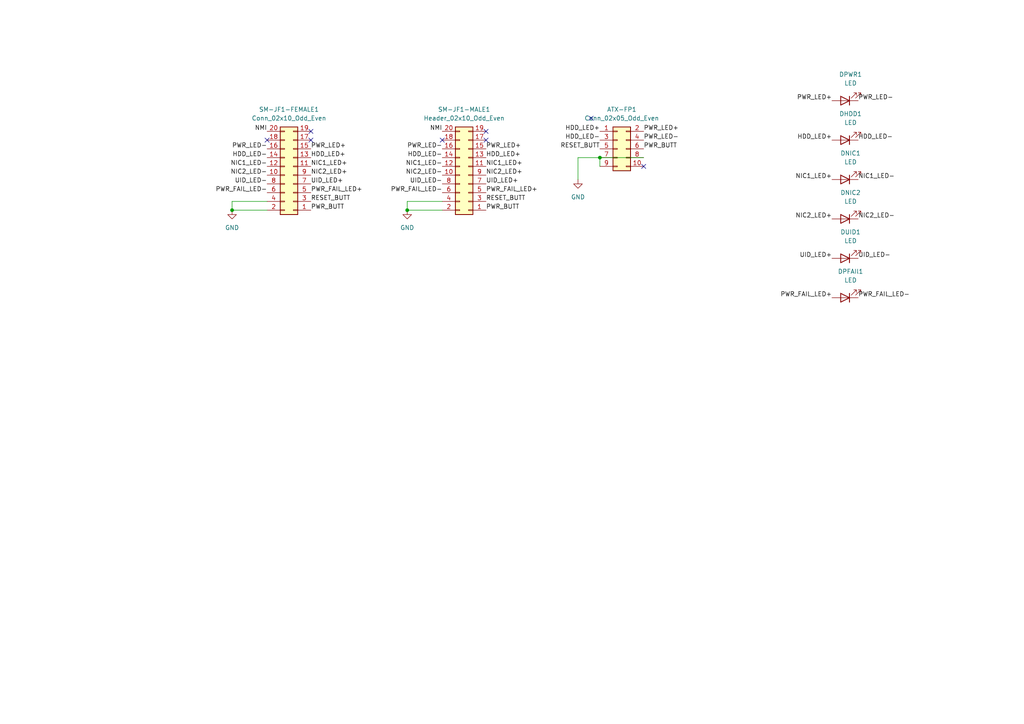
<source format=kicad_sch>
(kicad_sch (version 20211123) (generator eeschema)
  (paper "A4")
  (lib_symbols
    (symbol "Connector_Generic:Conn_02x05_Odd_Even" (pin_names (offset 1.016) hide)
      (property "Reference" "J" (at 1.27 7.62 0))
      (property "Value" "Conn_02x05_Odd_Even" (at 1.27 -7.62 0))
      (symbol "Conn_02x05_Odd_Even_1_1"
        (rectangle (start -1.27 -4.953) (end 0 -5.207) (stroke (width 0.1524)))
        (rectangle (start -1.27 -2.413) (end 0 -2.667) (stroke (width 0.1524)))
        (rectangle (start -1.27 0.127) (end 0 -0.127) (stroke (width 0.1524)))
        (rectangle (start -1.27 2.667) (end 0 2.413) (stroke (width 0.1524)))
        (rectangle (start -1.27 5.207) (end 0 4.953) (stroke (width 0.1524)))
        (rectangle (start -1.27 6.35) (end 3.81 -6.35) (stroke (width 0.254)) (fill (type background)))
        (rectangle (start 3.81 -4.953) (end 2.54 -5.207) (stroke (width 0.1524)))
        (rectangle (start 3.81 -2.413) (end 2.54 -2.667) (stroke (width 0.1524)))
        (rectangle (start 3.81 0.127) (end 2.54 -0.127) (stroke (width 0.1524)))
        (rectangle (start 3.81 2.667) (end 2.54 2.413) (stroke (width 0.1524)))
        (rectangle (start 3.81 5.207) (end 2.54 4.953) (stroke (width 0.1524)))
        (pin passive line (at -5.08 5.08 0) (length 3.81) (name "Pin_1") (number "1"))
        (pin passive line (at 7.62 -5.08 180) (length 3.81) (name "Pin_10") (number "10"))
        (pin passive line (at 7.62 5.08 180) (length 3.81) (name "Pin_2") (number "2"))
        (pin passive line (at -5.08 2.54 0) (length 3.81) (name "Pin_3") (number "3"))
        (pin passive line (at 7.62 2.54 180) (length 3.81) (name "Pin_4") (number "4"))
        (pin passive line (at -5.08 0 0) (length 3.81) (name "Pin_5") (number "5"))
        (pin passive line (at 7.62 0 180) (length 3.81) (name "Pin_6") (number "6"))
        (pin passive line (at -5.08 -2.54 0) (length 3.81) (name "Pin_7") (number "7"))
        (pin passive line (at 7.62 -2.54 180) (length 3.81) (name "Pin_8") (number "8"))
        (pin passive line (at -5.08 -5.08 0) (length 3.81) (name "Pin_9") (number "9"))
      )
    )
    (symbol "Connector_Generic:Conn_02x10_Odd_Even" (pin_names (offset 1.016) hide)
      (property "Reference" "J" (at 1.27 12.7 0))
      (property "Value" "Conn_02x10_Odd_Even" (at 1.27 -15.24 0))
      (symbol "Conn_02x10_Odd_Even_1_1"
        (rectangle (start -1.27 -12.573) (end 0 -12.827) (stroke (width 0.1524)))
        (rectangle (start -1.27 -10.033) (end 0 -10.287) (stroke (width 0.1524)))
        (rectangle (start -1.27 -7.493) (end 0 -7.747) (stroke (width 0.1524)))
        (rectangle (start -1.27 -4.953) (end 0 -5.207) (stroke (width 0.1524)))
        (rectangle (start -1.27 -2.413) (end 0 -2.667) (stroke (width 0.1524)))
        (rectangle (start -1.27 0.127) (end 0 -0.127) (stroke (width 0.1524)))
        (rectangle (start -1.27 2.667) (end 0 2.413) (stroke (width 0.1524)))
        (rectangle (start -1.27 5.207) (end 0 4.953) (stroke (width 0.1524)))
        (rectangle (start -1.27 7.747) (end 0 7.493) (stroke (width 0.1524)))
        (rectangle (start -1.27 10.287) (end 0 10.033) (stroke (width 0.1524)))
        (rectangle (start -1.27 11.43) (end 3.81 -13.97) (stroke (width 0.254)) (fill (type background)))
        (rectangle (start 3.81 -12.573) (end 2.54 -12.827) (stroke (width 0.1524)))
        (rectangle (start 3.81 -10.033) (end 2.54 -10.287) (stroke (width 0.1524)))
        (rectangle (start 3.81 -7.493) (end 2.54 -7.747) (stroke (width 0.1524)))
        (rectangle (start 3.81 -4.953) (end 2.54 -5.207) (stroke (width 0.1524)))
        (rectangle (start 3.81 -2.413) (end 2.54 -2.667) (stroke (width 0.1524)))
        (rectangle (start 3.81 0.127) (end 2.54 -0.127) (stroke (width 0.1524)))
        (rectangle (start 3.81 2.667) (end 2.54 2.413) (stroke (width 0.1524)))
        (rectangle (start 3.81 5.207) (end 2.54 4.953) (stroke (width 0.1524)))
        (rectangle (start 3.81 7.747) (end 2.54 7.493) (stroke (width 0.1524)))
        (rectangle (start 3.81 10.287) (end 2.54 10.033) (stroke (width 0.1524)))
        (pin passive line (at -5.08 10.16 0) (length 3.81) (name "Pin_1") (number "1"))
        (pin passive line (at 7.62 0 180) (length 3.81) (name "Pin_10") (number "10"))
        (pin passive line (at -5.08 -2.54 0) (length 3.81) (name "Pin_11") (number "11"))
        (pin passive line (at 7.62 -2.54 180) (length 3.81) (name "Pin_12") (number "12"))
        (pin passive line (at -5.08 -5.08 0) (length 3.81) (name "Pin_13") (number "13"))
        (pin passive line (at 7.62 -5.08 180) (length 3.81) (name "Pin_14") (number "14"))
        (pin passive line (at -5.08 -7.62 0) (length 3.81) (name "Pin_15") (number "15"))
        (pin passive line (at 7.62 -7.62 180) (length 3.81) (name "Pin_16") (number "16"))
        (pin passive line (at -5.08 -10.16 0) (length 3.81) (name "Pin_17") (number "17"))
        (pin passive line (at 7.62 -10.16 180) (length 3.81) (name "Pin_18") (number "18"))
        (pin passive line (at -5.08 -12.7 0) (length 3.81) (name "Pin_19") (number "19"))
        (pin passive line (at 7.62 10.16 180) (length 3.81) (name "Pin_2") (number "2"))
        (pin passive line (at 7.62 -12.7 180) (length 3.81) (name "Pin_20") (number "20"))
        (pin passive line (at -5.08 7.62 0) (length 3.81) (name "Pin_3") (number "3"))
        (pin passive line (at 7.62 7.62 180) (length 3.81) (name "Pin_4") (number "4"))
        (pin passive line (at -5.08 5.08 0) (length 3.81) (name "Pin_5") (number "5"))
        (pin passive line (at 7.62 5.08 180) (length 3.81) (name "Pin_6") (number "6"))
        (pin passive line (at -5.08 2.54 0) (length 3.81) (name "Pin_7") (number "7"))
        (pin passive line (at 7.62 2.54 180) (length 3.81) (name "Pin_8") (number "8"))
        (pin passive line (at -5.08 0 0) (length 3.81) (name "Pin_9") (number "9"))
      )
    )
    (symbol "Device:LED" (pin_numbers hide) (pin_names (offset 1.016) hide)
      (property "Reference" "D" (at 0 2.54 0))
      (property "Value" "LED" (at 0 -2.54 0))
      (symbol "LED_0_1"
        (polyline (pts (xy -1.27 -1.27) (xy -1.27 1.27)) (stroke (width 0.254)))
        (polyline (pts (xy -1.27 0) (xy 1.27 0)))
        (polyline (pts (xy 1.27 -1.27) (xy 1.27 1.27) (xy -1.27 0) (xy 1.27 -1.27)) (stroke (width 0.254)))
        (polyline (pts (xy -3.048 -0.762) (xy -4.572 -2.286) (xy -3.81 -2.286) (xy -4.572 -2.286) (xy -4.572 -1.524)))
        (polyline (pts (xy -1.778 -0.762) (xy -3.302 -2.286) (xy -2.54 -2.286) (xy -3.302 -2.286) (xy -3.302 -1.524)))
      )
      (symbol "LED_1_1"
        (pin passive line (at -3.81 0 0) (length 2.54) (name "K") (number "1"))
        (pin passive line (at 3.81 0 180) (length 2.54) (name "A") (number "2"))
      )
    )
    (symbol "power:GND" (power) (pin_names (offset 0))
      (property "Value" "GND" (at 0 -3.81 0))
      (symbol "GND_0_1"
        (polyline (pts (xy 0 0) (xy 0 -1.27) (xy 1.27 -1.27) (xy 0 -2.54) (xy -1.27 -1.27) (xy 0 -1.27)))
      )
      (symbol "GND_1_1"
        (pin power_in line (at 0 0 270) (length 0) hide (name "GND") (number "1"))
      )
    )
  )
  (junction (at 173.99 45.72))
  (junction (at 67.31 60.96))
  (junction (at 118.11 60.96))
  (no_connect (at 171.45 34.29))
  (no_connect (at 186.69 48.26))
  (no_connect (at 140.97 38.1))
  (no_connect (at 77.47 40.64))
  (no_connect (at 90.17 40.64))
  (no_connect (at 140.97 40.64))
  (no_connect (at 128.27 40.64))
  (no_connect (at 90.17 38.1))
  (wire (pts (xy 77.47 58.42) (xy 67.31 58.42)))
  (wire (pts (xy 167.64 45.72) (xy 167.64 52.07)))
  (wire (pts (xy 173.99 45.72) (xy 186.69 45.72)))
  (wire (pts (xy 173.99 45.72) (xy 173.99 48.26)))
  (wire (pts (xy 67.31 58.42) (xy 67.31 60.96)))
  (wire (pts (xy 128.27 58.42) (xy 118.11 58.42)))
  (wire (pts (xy 67.31 60.96) (xy 77.47 60.96)))
  (wire (pts (xy 118.11 58.42) (xy 118.11 60.96)))
  (wire (pts (xy 118.11 60.96) (xy 128.27 60.96)))
  (wire (pts (xy 173.99 45.72) (xy 167.64 45.72)))
  (label "RESET_BUTT" (at 140.97 58.42 0))
  (label "PWR_FAIL_LED+" (at 241.3 86.36 180))
  (label "NIC2_LED-" (at 77.47 50.8 180))
  (label "PWR_LED-" (at 77.47 43.18 180))
  (label "PWR_LED+" (at 140.97 43.18 0))
  (label "HDD_LED-" (at 248.92 40.64 0))
  (label "HDD_LED+" (at 140.97 45.72 0))
  (label "UID_LED-" (at 128.27 53.34 180))
  (label "NIC2_LED-" (at 128.27 50.8 180))
  (label "HDD_LED-" (at 173.99 40.64 180))
  (label "PWR_BUTT" (at 140.97 60.96 0))
  (label "HDD_LED+" (at 90.17 45.72 0))
  (label "PWR_BUTT" (at 186.69 43.18 0))
  (label "NIC2_LED-" (at 248.92 63.5 0))
  (label "NIC1_LED-" (at 248.92 52.07 0))
  (label "PWR_LED+" (at 241.3 29.21 180))
  (label "PWR_LED+" (at 90.17 43.18 0))
  (label "UID_LED-" (at 77.47 53.34 180))
  (label "NIC2_LED+" (at 241.3 63.5 180))
  (label "HDD_LED-" (at 77.47 45.72 180))
  (label "HDD_LED+" (at 173.99 38.1 180))
  (label "RESET_BUTT" (at 173.99 43.18 180))
  (label "PWR_LED-" (at 186.69 40.64 0))
  (label "NIC2_LED+" (at 90.17 50.8 0))
  (label "NIC1_LED+" (at 140.97 48.26 0))
  (label "NMI" (at 128.27 38.1 180))
  (label "NIC2_LED+" (at 140.97 50.8 0))
  (label "NIC1_LED-" (at 77.47 48.26 180))
  (label "NIC1_LED+" (at 241.3 52.07 180))
  (label "PWR_FAIL_LED+" (at 140.97 55.88 0))
  (label "PWR_FAIL_LED+" (at 90.17 55.88 0))
  (label "UID_LED+" (at 90.17 53.34 0))
  (label "UID_LED+" (at 241.3 74.93 180))
  (label "PWR_FAIL_LED-" (at 248.92 86.36 0))
  (label "NIC1_LED-" (at 128.27 48.26 180))
  (label "PWR_LED-" (at 248.92 29.21 0))
  (label "UID_LED+" (at 140.97 53.34 0))
  (label "HDD_LED-" (at 128.27 45.72 180))
  (label "NMI" (at 77.47 38.1 180))
  (label "UID_LED-" (at 248.92 74.93 0))
  (label "NIC1_LED+" (at 90.17 48.26 0))
  (label "PWR_FAIL_LED-" (at 128.27 55.88 180))
  (label "PWR_LED-" (at 128.27 43.18 180))
  (label "PWR_BUTT" (at 90.17 60.96 0))
  (label "PWR_FAIL_LED-" (at 77.47 55.88 180))
  (label "HDD_LED+" (at 241.3 40.64 180))
  (label "RESET_BUTT" (at 90.17 58.42 0))
  (label "PWR_LED+" (at 186.69 38.1 0))
  (symbol (lib_id "Device:LED") (at 245.11 74.93 180) (unit 1)
    (property "Reference" "DUID1" (at 246.6975 67.31 0))
    (property "Value" "LED" (at 246.6975 69.85 0))
    (property "Footprint" "LED_SMD:LED_0805_2012Metric_Pad1.15x1.40mm_HandSolder" (effects hide))
  )
  (symbol (lib_id "Connector_Generic:Conn_02x05_Odd_Even") (at 179.07 43.18 0) (unit 1)
    (property "Reference" "ATX-FP1" (at 180.34 31.75 0))
    (property "Value" "Conn_02x05_Odd_Even" (at 180.34 34.29 0))
    (property "Footprint" "Connector_PinHeader_2.54mm:PinHeader_2x05_P2.54mm_Vertical" (effects hide))
  )
  (symbol (lib_id "power:GND") (at 118.11 60.96 0) (unit 1)
    (property "Reference" "#PWR0101" (effects hide))
    (property "Value" "GND" (at 118.11 66.04 0))
  )
  (symbol (lib_id "Device:LED") (at 245.11 40.64 180) (unit 1)
    (property "Reference" "DHDD1" (at 246.6975 33.02 0))
    (property "Value" "LED" (at 246.6975 35.56 0))
    (property "Footprint" "LED_SMD:LED_0805_2012Metric_Pad1.15x1.40mm_HandSolder" (effects hide))
  )
  (symbol (lib_id "power:GND") (at 167.64 52.07 0) (unit 1)
    (property "Reference" "#PWR02" (effects hide))
    (property "Value" "GND" (at 167.64 57.15 0))
  )
  (symbol (lib_id "power:GND") (at 67.31 60.96 0) (unit 1)
    (property "Reference" "#PWR01" (effects hide))
    (property "Value" "GND" (at 67.31 66.04 0))
  )
  (symbol (lib_id "Device:LED") (at 245.11 52.07 180) (unit 1)
    (property "Reference" "DNIC1" (at 246.6975 44.45 0))
    (property "Value" "LED" (at 246.6975 46.99 0))
    (property "Footprint" "LED_SMD:LED_0805_2012Metric_Pad1.15x1.40mm_HandSolder" (effects hide))
  )
  (symbol (lib_id "Connector_Generic:Conn_02x10_Odd_Even") (at 135.89 50.8 180) (unit 1)
    (property "Reference" "SM-JF1-MALE1" (at 134.62 31.75 0))
    (property "Value" "Header_02x10_Odd_Even" (at 134.62 34.29 0))
    (property "Footprint" "Connector_PinHeader_2.54mm:PinHeader_2x10_P2.54mm_Vertical" (effects hide))
  )
  (symbol (lib_id "Device:LED") (at 245.11 63.5 180) (unit 1)
    (property "Reference" "DNIC2" (at 246.6975 55.88 0))
    (property "Value" "LED" (at 246.6975 58.42 0))
    (property "Footprint" "LED_SMD:LED_0805_2012Metric_Pad1.15x1.40mm_HandSolder" (effects hide))
  )
  (symbol (lib_id "Connector_Generic:Conn_02x10_Odd_Even") (at 85.09 50.8 180) (unit 1)
    (property "Reference" "SM-JF1-FEMALE1" (at 83.82 31.75 0))
    (property "Value" "Conn_02x10_Odd_Even" (at 83.82 34.29 0))
    (property "Footprint" "Connector_PinSocket_2.54mm:PinSocket_2x10_P2.54mm_Vertical" (effects hide))
  )
  (symbol (lib_id "Device:LED") (at 245.11 29.21 180) (unit 1)
    (property "Reference" "DPWR1" (at 246.6975 21.59 0))
    (property "Value" "LED" (at 246.6975 24.13 0))
    (property "Footprint" "LED_SMD:LED_0805_2012Metric_Pad1.15x1.40mm_HandSolder" (effects hide))
  )
  (symbol (lib_id "Device:LED") (at 245.11 86.36 180) (unit 1)
    (property "Reference" "DPFAIl1" (at 246.6975 78.74 0))
    (property "Value" "LED" (at 246.6975 81.28 0))
    (property "Footprint" "LED_SMD:LED_0805_2012Metric_Pad1.15x1.40mm_HandSolder" (effects hide))
  )
)
</source>
